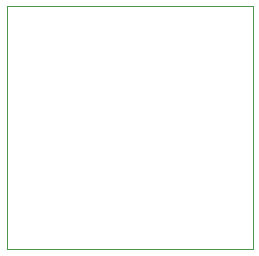
<source format=gbr>
%TF.GenerationSoftware,KiCad,Pcbnew,7.0.0*%
%TF.CreationDate,2023-07-26T19:00:41+08:00*%
%TF.ProjectId,QS-27,51532d32-372e-46b6-9963-61645f706362,rev?*%
%TF.SameCoordinates,Original*%
%TF.FileFunction,Profile,NP*%
%FSLAX46Y46*%
G04 Gerber Fmt 4.6, Leading zero omitted, Abs format (unit mm)*
G04 Created by KiCad (PCBNEW 7.0.0) date 2023-07-26 19:00:41*
%MOMM*%
%LPD*%
G01*
G04 APERTURE LIST*
%TA.AperFunction,Profile*%
%ADD10C,0.100000*%
%TD*%
G04 APERTURE END LIST*
D10*
X145034000Y-100584000D02*
X165862000Y-100584000D01*
X165862000Y-100584000D02*
X165862000Y-121158000D01*
X165862000Y-121158000D02*
X145034000Y-121158000D01*
X145034000Y-121158000D02*
X145034000Y-100584000D01*
M02*

</source>
